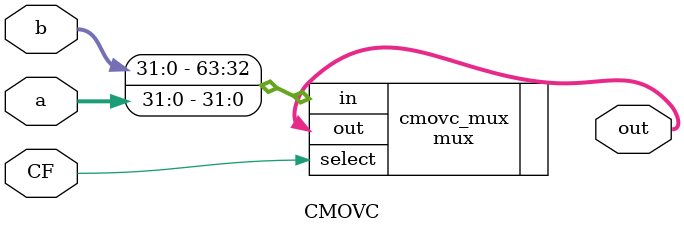
<source format=v>
`timescale 1ns / 1ps
module CMOVC(a, b, CF, out);
input [31:0] a;
input [31:0] b;
input CF;
output [31:0] out;

mux #(.INPUTS(2), .WIDTH(32)) cmovc_mux(.in({b,a}), .out(out), .select(CF));

endmodule
</source>
